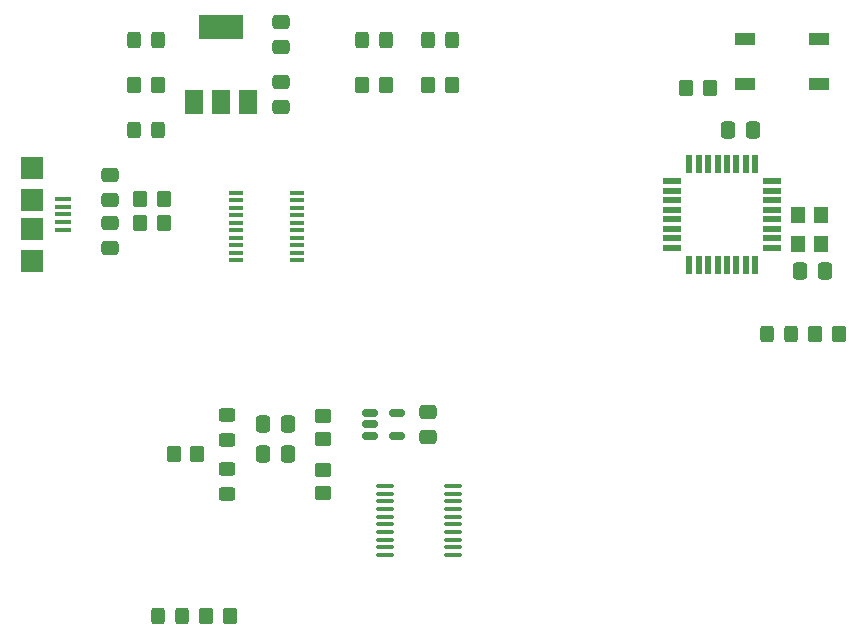
<source format=gtp>
G04 #@! TF.GenerationSoftware,KiCad,Pcbnew,(6.0.9)*
G04 #@! TF.CreationDate,2022-12-14T01:21:17-05:00*
G04 #@! TF.ProjectId,usbcounter,75736263-6f75-46e7-9465-722e6b696361,rev?*
G04 #@! TF.SameCoordinates,Original*
G04 #@! TF.FileFunction,Paste,Top*
G04 #@! TF.FilePolarity,Positive*
%FSLAX46Y46*%
G04 Gerber Fmt 4.6, Leading zero omitted, Abs format (unit mm)*
G04 Created by KiCad (PCBNEW (6.0.9)) date 2022-12-14 01:21:17*
%MOMM*%
%LPD*%
G01*
G04 APERTURE LIST*
G04 Aperture macros list*
%AMRoundRect*
0 Rectangle with rounded corners*
0 $1 Rounding radius*
0 $2 $3 $4 $5 $6 $7 $8 $9 X,Y pos of 4 corners*
0 Add a 4 corners polygon primitive as box body*
4,1,4,$2,$3,$4,$5,$6,$7,$8,$9,$2,$3,0*
0 Add four circle primitives for the rounded corners*
1,1,$1+$1,$2,$3*
1,1,$1+$1,$4,$5*
1,1,$1+$1,$6,$7*
1,1,$1+$1,$8,$9*
0 Add four rect primitives between the rounded corners*
20,1,$1+$1,$2,$3,$4,$5,0*
20,1,$1+$1,$4,$5,$6,$7,0*
20,1,$1+$1,$6,$7,$8,$9,0*
20,1,$1+$1,$8,$9,$2,$3,0*%
G04 Aperture macros list end*
%ADD10R,1.700000X1.000000*%
%ADD11RoundRect,0.250000X0.450000X-0.350000X0.450000X0.350000X-0.450000X0.350000X-0.450000X-0.350000X0*%
%ADD12RoundRect,0.250000X-0.350000X-0.450000X0.350000X-0.450000X0.350000X0.450000X-0.350000X0.450000X0*%
%ADD13RoundRect,0.250000X0.475000X-0.337500X0.475000X0.337500X-0.475000X0.337500X-0.475000X-0.337500X0*%
%ADD14RoundRect,0.250000X-0.450000X0.325000X-0.450000X-0.325000X0.450000X-0.325000X0.450000X0.325000X0*%
%ADD15RoundRect,0.250000X-0.325000X-0.450000X0.325000X-0.450000X0.325000X0.450000X-0.325000X0.450000X0*%
%ADD16RoundRect,0.250000X0.325000X0.450000X-0.325000X0.450000X-0.325000X-0.450000X0.325000X-0.450000X0*%
%ADD17R,1.600000X0.550000*%
%ADD18R,0.550000X1.600000*%
%ADD19RoundRect,0.250000X-0.337500X-0.475000X0.337500X-0.475000X0.337500X0.475000X-0.337500X0.475000X0*%
%ADD20RoundRect,0.100000X-0.637500X-0.100000X0.637500X-0.100000X0.637500X0.100000X-0.637500X0.100000X0*%
%ADD21RoundRect,0.250000X-0.475000X0.337500X-0.475000X-0.337500X0.475000X-0.337500X0.475000X0.337500X0*%
%ADD22RoundRect,0.250000X0.337500X0.475000X-0.337500X0.475000X-0.337500X-0.475000X0.337500X-0.475000X0*%
%ADD23RoundRect,0.150000X-0.512500X-0.150000X0.512500X-0.150000X0.512500X0.150000X-0.512500X0.150000X0*%
%ADD24R,1.500000X2.000000*%
%ADD25R,3.800000X2.000000*%
%ADD26R,1.200000X0.400000*%
%ADD27R,1.200000X1.400000*%
%ADD28R,1.900000X1.900000*%
%ADD29R,1.350000X0.400000*%
G04 APERTURE END LIST*
D10*
X122530000Y-60066000D03*
X116230000Y-60066000D03*
X116230000Y-56266000D03*
X122530000Y-56266000D03*
D11*
X80518000Y-94726000D03*
X80518000Y-92726000D03*
D12*
X70628000Y-105156000D03*
X72628000Y-105156000D03*
D13*
X76962000Y-56917500D03*
X76962000Y-54842500D03*
D14*
X72390000Y-88129000D03*
X72390000Y-90179000D03*
D12*
X65040000Y-71882000D03*
X67040000Y-71882000D03*
D15*
X66539000Y-105156000D03*
X68589000Y-105156000D03*
D16*
X85861000Y-56388000D03*
X83811000Y-56388000D03*
X91440000Y-56388000D03*
X89390000Y-56388000D03*
D12*
X64532000Y-60198000D03*
X66532000Y-60198000D03*
D16*
X66557000Y-56388000D03*
X64507000Y-56388000D03*
D15*
X118092000Y-81280000D03*
X120142000Y-81280000D03*
D17*
X110050000Y-68320000D03*
X110050000Y-69120000D03*
X110050000Y-69920000D03*
X110050000Y-70720000D03*
X110050000Y-71520000D03*
X110050000Y-72320000D03*
X110050000Y-73120000D03*
X110050000Y-73920000D03*
D18*
X111500000Y-75370000D03*
X112300000Y-75370000D03*
X113100000Y-75370000D03*
X113900000Y-75370000D03*
X114700000Y-75370000D03*
X115500000Y-75370000D03*
X116300000Y-75370000D03*
X117100000Y-75370000D03*
D17*
X118550000Y-73920000D03*
X118550000Y-73120000D03*
X118550000Y-72320000D03*
X118550000Y-71520000D03*
X118550000Y-70720000D03*
X118550000Y-69920000D03*
X118550000Y-69120000D03*
X118550000Y-68320000D03*
D18*
X117100000Y-66870000D03*
X116300000Y-66870000D03*
X115500000Y-66870000D03*
X114700000Y-66870000D03*
X113900000Y-66870000D03*
X113100000Y-66870000D03*
X112300000Y-66870000D03*
X111500000Y-66870000D03*
D11*
X80518000Y-90154000D03*
X80518000Y-88154000D03*
D12*
X67850000Y-91440000D03*
X69850000Y-91440000D03*
D19*
X75438000Y-88900000D03*
X77513000Y-88900000D03*
D20*
X85783500Y-94103000D03*
X85783500Y-94753000D03*
X85783500Y-95403000D03*
X85783500Y-96053000D03*
X85783500Y-96703000D03*
X85783500Y-97353000D03*
X85783500Y-98003000D03*
X85783500Y-98653000D03*
X85783500Y-99303000D03*
X85783500Y-99953000D03*
X91508500Y-99953000D03*
X91508500Y-99303000D03*
X91508500Y-98653000D03*
X91508500Y-98003000D03*
X91508500Y-97353000D03*
X91508500Y-96703000D03*
X91508500Y-96053000D03*
X91508500Y-95403000D03*
X91508500Y-94753000D03*
X91508500Y-94103000D03*
D12*
X111268000Y-60452000D03*
X113268000Y-60452000D03*
X122190000Y-81280000D03*
X124190000Y-81280000D03*
D21*
X62484000Y-67796500D03*
X62484000Y-69871500D03*
D22*
X114786500Y-64008000D03*
X116861500Y-64008000D03*
D19*
X75438000Y-91440000D03*
X77513000Y-91440000D03*
D12*
X83836000Y-60198000D03*
X85836000Y-60198000D03*
D21*
X76962000Y-59922500D03*
X76962000Y-61997500D03*
D14*
X72390000Y-92701000D03*
X72390000Y-94751000D03*
D23*
X84460500Y-87950000D03*
X84460500Y-88900000D03*
X84460500Y-89850000D03*
X86735500Y-89850000D03*
X86735500Y-87950000D03*
D24*
X69582000Y-61570000D03*
X71882000Y-61570000D03*
D25*
X71882000Y-55270000D03*
D24*
X74182000Y-61570000D03*
D12*
X89415000Y-60198000D03*
X91415000Y-60198000D03*
D13*
X89408000Y-89937500D03*
X89408000Y-87862500D03*
D12*
X65040000Y-69850000D03*
X67040000Y-69850000D03*
D19*
X120882500Y-75946000D03*
X122957500Y-75946000D03*
D15*
X64507000Y-64008000D03*
X66557000Y-64008000D03*
D26*
X73092000Y-69278500D03*
X73092000Y-69913500D03*
X73092000Y-70548500D03*
X73092000Y-71183500D03*
X73092000Y-71818500D03*
X73092000Y-72453500D03*
X73092000Y-73088500D03*
X73092000Y-73723500D03*
X73092000Y-74358500D03*
X73092000Y-74993500D03*
X78292000Y-74993500D03*
X78292000Y-74358500D03*
X78292000Y-73723500D03*
X78292000Y-73088500D03*
X78292000Y-72453500D03*
X78292000Y-71818500D03*
X78292000Y-71183500D03*
X78292000Y-70548500D03*
X78292000Y-69913500D03*
X78292000Y-69278500D03*
D13*
X62484000Y-73935500D03*
X62484000Y-71860500D03*
D27*
X122616000Y-73590000D03*
X122616000Y-71190000D03*
X120716000Y-71190000D03*
X120716000Y-73590000D03*
D28*
X55845000Y-75070000D03*
X55845000Y-72320000D03*
X55845000Y-69920000D03*
X55845000Y-67170000D03*
D29*
X58520000Y-71770000D03*
X58520000Y-71120000D03*
X58520000Y-70470000D03*
X58520000Y-72420000D03*
X58520000Y-69820000D03*
M02*

</source>
